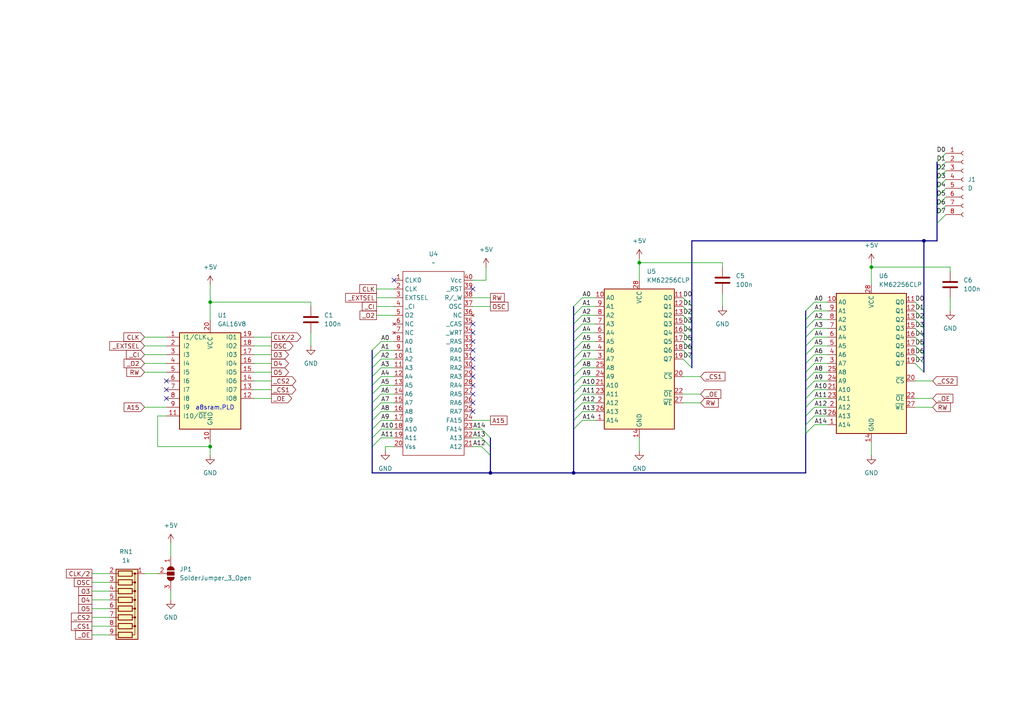
<source format=kicad_sch>
(kicad_sch (version 20250114) (generator "eeschema") (generator_version "9.0")
  (paper "A4")
  (lib_symbols
    (symbol "ATARI:FREDDY_C061922"
      (property "Reference" "U" (at 0 0 0))
      (symbol "FREDDY_C061922_0_1"
        (rectangle (start -2.54 -1.27) (end 15.24 -54.61))
      )
      (symbol "FREDDY_C061922_1_1"
        (pin output line (at -5.08 -3.81 0) (length 2.54) (name "CLK0") (number "1"))
        (pin input line (at -5.08 -6.35 0) (length 2.54) (name "CLK") (number "2"))
        (pin input line (at -5.08 -8.89 0) (length 2.54) (name "EXTSEL") (number "3"))
        (pin input line (at -5.08 -11.43 0) (length 2.54) (name "_CI") (number "4"))
        (pin output line (at -5.08 -13.97 0) (length 2.54) (name "O2") (number "5"))
        (pin no_connect line (at -5.08 -16.51 0) (length 2.54) (name "NC") (number "6"))
        (pin no_connect line (at -5.08 -19.05 0) (length 2.54) (name "NC") (number "7"))
        (pin output line (at -5.08 -21.59 0) (length 2.54) (name "A0") (number "8"))
        (pin output line (at -5.08 -24.13 0) (length 2.54) (name "A1") (number "9"))
        (pin output line (at -5.08 -26.67 0) (length 2.54) (name "A2") (number "10"))
        (pin output line (at -5.08 -29.21 0) (length 2.54) (name "A3") (number "11"))
        (pin output line (at -5.08 -31.75 0) (length 2.54) (name "A4") (number "12"))
        (pin output line (at -5.08 -34.29 0) (length 2.54) (name "A5") (number "13"))
        (pin output line (at -5.08 -36.83 0) (length 2.54) (name "A6") (number "14"))
        (pin output line (at -5.08 -39.37 0) (length 2.54) (name "A7") (number "15"))
        (pin output line (at -5.08 -41.91 0) (length 2.54) (name "A8") (number "16"))
        (pin output line (at -5.08 -44.45 0) (length 2.54) (name "A9") (number "17"))
        (pin output line (at -5.08 -46.99 0) (length 2.54) (name "A10") (number "18"))
        (pin output line (at -5.08 -49.53 0) (length 2.54) (name "A11") (number "19"))
        (pin power_in line (at -5.08 -52.07 0) (length 2.54) (name "Vss") (number "20"))
        (pin power_in line (at 17.78 -3.81 180) (length 2.54) (name "Vcc") (number "40"))
        (pin input line (at 17.78 -6.35 180) (length 2.54) (name "_RST") (number "39"))
        (pin output line (at 17.78 -8.89 180) (length 2.54) (name "R/_W") (number "38"))
        (pin output line (at 17.78 -11.43 180) (length 2.54) (name "OSC") (number "37"))
        (pin no_connect line (at 17.78 -13.97 180) (length 2.54) (name "NC") (number "36"))
        (pin output line (at 17.78 -16.51 180) (length 2.54) (name "_CAS") (number "35"))
        (pin output line (at 17.78 -19.05 180) (length 2.54) (name "_WRT") (number "34"))
        (pin output line (at 17.78 -21.59 180) (length 2.54) (name "_RAS") (number "33"))
        (pin output line (at 17.78 -24.13 180) (length 2.54) (name "RA0") (number "32"))
        (pin output line (at 17.78 -26.67 180) (length 2.54) (name "RA1") (number "31"))
        (pin output line (at 17.78 -29.21 180) (length 2.54) (name "RA2") (number "30"))
        (pin output line (at 17.78 -31.75 180) (length 2.54) (name "RA3") (number "29"))
        (pin output line (at 17.78 -34.29 180) (length 2.54) (name "RA4") (number "28"))
        (pin output line (at 17.78 -36.83 180) (length 2.54) (name "RA5") (number "27"))
        (pin output line (at 17.78 -39.37 180) (length 2.54) (name "RA6") (number "26"))
        (pin output line (at 17.78 -41.91 180) (length 2.54) (name "RA7") (number "25"))
        (pin input line (at 17.78 -44.45 180) (length 2.54) (name "FA15") (number "24"))
        (pin input line (at 17.78 -46.99 180) (length 2.54) (name "FA14") (number "23"))
        (pin input line (at 17.78 -49.53 180) (length 2.54) (name "A13") (number "22"))
        (pin input line (at 17.78 -52.07 180) (length 2.54) (name "A12") (number "21"))
      )
    )
    (symbol "Connector:Conn_01x08_Socket" (pin_names (offset 1.016) (hide yes))
      (property "Reference" "J" (at 0 10.16 0))
      (property "Value" "Conn_01x08_Socket" (at 0 -12.7 0))
      (symbol "Conn_01x08_Socket_1_1"
        (polyline (pts (xy -1.27 7.62) (xy -0.508 7.62)) (stroke (width 0.1524)))
        (polyline (pts (xy -1.27 5.08) (xy -0.508 5.08)) (stroke (width 0.1524)))
        (polyline (pts (xy -1.27 2.54) (xy -0.508 2.54)) (stroke (width 0.1524)))
        (polyline (pts (xy -1.27 0) (xy -0.508 0)) (stroke (width 0.1524)))
        (polyline (pts (xy -1.27 -2.54) (xy -0.508 -2.54)) (stroke (width 0.1524)))
        (polyline (pts (xy -1.27 -5.08) (xy -0.508 -5.08)) (stroke (width 0.1524)))
        (polyline (pts (xy -1.27 -7.62) (xy -0.508 -7.62)) (stroke (width 0.1524)))
        (polyline (pts (xy -1.27 -10.16) (xy -0.508 -10.16)) (stroke (width 0.1524)))
        (arc (start 0 7.112) (mid -0.5058 7.62) (end 0 8.128) (stroke (width 0.1524)))
        (arc (start 0 4.572) (mid -0.5058 5.08) (end 0 5.588) (stroke (width 0.1524)))
        (arc (start 0 2.032) (mid -0.5058 2.54) (end 0 3.048) (stroke (width 0.1524)))
        (arc (start 0 -0.508) (mid -0.5058 0) (end 0 0.508) (stroke (width 0.1524)))
        (arc (start 0 -3.048) (mid -0.5058 -2.54) (end 0 -2.032) (stroke (width 0.1524)))
        (arc (start 0 -5.588) (mid -0.5058 -5.08) (end 0 -4.572) (stroke (width 0.1524)))
        (arc (start 0 -8.128) (mid -0.5058 -7.62) (end 0 -7.112) (stroke (width 0.1524)))
        (arc (start 0 -10.668) (mid -0.5058 -10.16) (end 0 -9.652) (stroke (width 0.1524)))
        (pin passive line (at -5.08 7.62 0) (length 3.81) (name "Pin_1") (number "1"))
        (pin passive line (at -5.08 5.08 0) (length 3.81) (name "Pin_2") (number "2"))
        (pin passive line (at -5.08 2.54 0) (length 3.81) (name "Pin_3") (number "3"))
        (pin passive line (at -5.08 0 0) (length 3.81) (name "Pin_4") (number "4"))
        (pin passive line (at -5.08 -2.54 0) (length 3.81) (name "Pin_5") (number "5"))
        (pin passive line (at -5.08 -5.08 0) (length 3.81) (name "Pin_6") (number "6"))
        (pin passive line (at -5.08 -7.62 0) (length 3.81) (name "Pin_7") (number "7"))
        (pin passive line (at -5.08 -10.16 0) (length 3.81) (name "Pin_8") (number "8"))
      )
    )
    (symbol "Device:C" (pin_numbers (hide yes)) (pin_names (offset 0.254))
      (property "Reference" "C" (at 0.635 2.54 0))
      (property "Value" "C" (at 0.635 -2.54 0))
      (symbol "C_0_1"
        (polyline (pts (xy -2.032 0.762) (xy 2.032 0.762)) (stroke (width 0.508)))
        (polyline (pts (xy -2.032 -0.762) (xy 2.032 -0.762)) (stroke (width 0.508)))
      )
      (symbol "C_1_1"
        (pin passive line (at 0 3.81 270) (length 2.794) (name "~") (number "1"))
        (pin passive line (at 0 -3.81 90) (length 2.794) (name "~") (number "2"))
      )
    )
    (symbol "Device:R_Network08" (pin_names (offset 0) (hide yes))
      (property "Reference" "RN" (at -12.7 0 90))
      (property "Value" "R_Network08" (at 10.16 0 90))
      (symbol "R_Network08_0_1"
        (rectangle (start -11.43 -3.175) (end 8.89 3.175) (stroke (width 0.254)) (fill (type background)))
        (rectangle (start -10.922 1.524) (end -9.398 -2.54) (stroke (width 0.254)))
        (circle (center -10.16 2.286) (radius 0.254) (fill (type outline)))
        (polyline (pts (xy -10.16 1.524) (xy -10.16 2.286) (xy -7.62 2.286) (xy -7.62 1.524)))
        (polyline (pts (xy -10.16 -2.54) (xy -10.16 -3.81)))
        (rectangle (start -8.382 1.524) (end -6.858 -2.54) (stroke (width 0.254)))
        (circle (center -7.62 2.286) (radius 0.254) (fill (type outline)))
        (polyline (pts (xy -7.62 1.524) (xy -7.62 2.286) (xy -5.08 2.286) (xy -5.08 1.524)))
        (polyline (pts (xy -7.62 -2.54) (xy -7.62 -3.81)))
        (rectangle (start -5.842 1.524) (end -4.318 -2.54) (stroke (width 0.254)))
        (circle (center -5.08 2.286) (radius 0.254) (fill (type outline)))
        (polyline (pts (xy -5.08 1.524) (xy -5.08 2.286) (xy -2.54 2.286) (xy -2.54 1.524)))
        (polyline (pts (xy -5.08 -2.54) (xy -5.08 -3.81)))
        (rectangle (start -3.302 1.524) (end -1.778 -2.54) (stroke (width 0.254)))
        (circle (center -2.54 2.286) (radius 0.254) (fill (type outline)))
        (polyline (pts (xy -2.54 1.524) (xy -2.54 2.286) (xy 0 2.286) (xy 0 1.524)))
        (polyline (pts (xy -2.54 -2.54) (xy -2.54 -3.81)))
        (rectangle (start -0.762 1.524) (end 0.762 -2.54) (stroke (width 0.254)))
        (circle (center 0 2.286) (radius 0.254) (fill (type outline)))
        (polyline (pts (xy 0 1.524) (xy 0 2.286) (xy 2.54 2.286) (xy 2.54 1.524)))
        (polyline (pts (xy 0 -2.54) (xy 0 -3.81)))
        (rectangle (start 1.778 1.524) (end 3.302 -2.54) (stroke (width 0.254)))
        (circle (center 2.54 2.286) (radius 0.254) (fill (type outline)))
        (polyline (pts (xy 2.54 1.524) (xy 2.54 2.286) (xy 5.08 2.286) (xy 5.08 1.524)))
        (polyline (pts (xy 2.54 -2.54) (xy 2.54 -3.81)))
        (rectangle (start 4.318 1.524) (end 5.842 -2.54) (stroke (width 0.254)))
        (circle (center 5.08 2.286) (radius 0.254) (fill (type outline)))
        (polyline (pts (xy 5.08 1.524) (xy 5.08 2.286) (xy 7.62 2.286) (xy 7.62 1.524)))
        (polyline (pts (xy 5.08 -2.54) (xy 5.08 -3.81)))
        (rectangle (start 6.858 1.524) (end 8.382 -2.54) (stroke (width 0.254)))
        (polyline (pts (xy 7.62 -2.54) (xy 7.62 -3.81)))
      )
      (symbol "R_Network08_1_1"
        (pin passive line (at -10.16 5.08 270) (length 2.54) (name "common") (number "1"))
        (pin passive line (at -10.16 -5.08 90) (length 1.27) (name "R1") (number "2"))
        (pin passive line (at -7.62 -5.08 90) (length 1.27) (name "R2") (number "3"))
        (pin passive line (at -5.08 -5.08 90) (length 1.27) (name "R3") (number "4"))
        (pin passive line (at -2.54 -5.08 90) (length 1.27) (name "R4") (number "5"))
        (pin passive line (at 0 -5.08 90) (length 1.27) (name "R5") (number "6"))
        (pin passive line (at 2.54 -5.08 90) (length 1.27) (name "R6") (number "7"))
        (pin passive line (at 5.08 -5.08 90) (length 1.27) (name "R7") (number "8"))
        (pin passive line (at 7.62 -5.08 90) (length 1.27) (name "R8") (number "9"))
      )
    )
    (symbol "Jumper:SolderJumper_3_Open" (pin_names (offset 0) (hide yes)) (in_bom no)
      (property "Reference" "JP" (at -2.54 -2.54 0))
      (property "Value" "SolderJumper_3_Open" (at 0 2.794 0))
      (symbol "SolderJumper_3_Open_0_1"
        (polyline (pts (xy -2.54 0) (xy -2.032 0)))
        (polyline (pts (xy -1.016 1.016) (xy -1.016 -1.016)))
        (arc (start -1.016 -1.016) (mid -2.0276 0) (end -1.016 1.016))
        (arc (start -1.016 -1.016) (mid -2.0276 0) (end -1.016 1.016) (fill (type outline)))
        (rectangle (start -0.508 1.016) (end 0.508 -1.016) (fill (type outline)))
        (polyline (pts (xy 0 -1.27) (xy 0 -1.016)))
        (arc (start 1.016 1.016) (mid 2.0276 0) (end 1.016 -1.016))
        (arc (start 1.016 1.016) (mid 2.0276 0) (end 1.016 -1.016) (fill (type outline)))
        (polyline (pts (xy 1.016 1.016) (xy 1.016 -1.016)))
        (polyline (pts (xy 2.54 0) (xy 2.032 0)))
      )
      (symbol "SolderJumper_3_Open_1_1"
        (pin passive line (at -5.08 0 0) (length 2.54) (name "A") (number "1"))
        (pin passive line (at 0 -3.81 90) (length 2.54) (name "C") (number "2"))
        (pin passive line (at 5.08 0 180) (length 2.54) (name "B") (number "3"))
      )
    )
    (symbol "Logic_Programmable:GAL16V8" (pin_names (offset 1.016))
      (property "Reference" "U" (at -8.89 16.51 0))
      (property "Value" "GAL16V8" (at 1.27 16.51 0))
      (symbol "GAL16V8_0_0"
        (pin power_in line (at 0 17.78 270) (length 3.81) (name "VCC") (number "20"))
        (pin power_in line (at 0 -17.78 90) (length 3.81) (name "GND") (number "10"))
      )
      (symbol "GAL16V8_0_1"
        (rectangle (start -8.89 13.97) (end 8.89 -13.97) (stroke (width 0.254)) (fill (type background)))
      )
      (symbol "GAL16V8_1_1"
        (pin input line (at -12.7 12.7 0) (length 3.81) (name "I1/CLK") (number "1"))
        (pin input line (at -12.7 10.16 0) (length 3.81) (name "I2") (number "2"))
        (pin input line (at -12.7 7.62 0) (length 3.81) (name "I3") (number "3"))
        (pin input line (at -12.7 5.08 0) (length 3.81) (name "I4") (number "4"))
        (pin input line (at -12.7 2.54 0) (length 3.81) (name "I5") (number "5"))
        (pin input line (at -12.7 0 0) (length 3.81) (name "I6") (number "6"))
        (pin input line (at -12.7 -2.54 0) (length 3.81) (name "I7") (number "7"))
        (pin input line (at -12.7 -5.08 0) (length 3.81) (name "I8") (number "8"))
        (pin input line (at -12.7 -7.62 0) (length 3.81) (name "I9") (number "9"))
        (pin input line (at -12.7 -10.16 0) (length 3.81) (name "I10/~{OE}") (number "11"))
        (pin tri_state line (at 12.7 12.7 180) (length 3.81) (name "IO1") (number "19"))
        (pin tri_state line (at 12.7 10.16 180) (length 3.81) (name "IO2") (number "18"))
        (pin tri_state line (at 12.7 7.62 180) (length 3.81) (name "I03") (number "17"))
        (pin tri_state line (at 12.7 5.08 180) (length 3.81) (name "IO4") (number "16"))
        (pin tri_state line (at 12.7 2.54 180) (length 3.81) (name "IO5") (number "15"))
        (pin tri_state line (at 12.7 0 180) (length 3.81) (name "IO6") (number "14"))
        (pin tri_state line (at 12.7 -2.54 180) (length 3.81) (name "IO7") (number "13"))
        (pin tri_state line (at 12.7 -5.08 180) (length 3.81) (name "IO8") (number "12"))
      )
    )
    (symbol "Memory_RAM:KM62256CLP"
      (property "Reference" "U" (at -10.16 20.955 0))
      (property "Value" "KM62256CLP" (at 2.54 20.955 0))
      (symbol "KM62256CLP_0_0"
        (pin power_in line (at 0 22.86 270) (length 2.54) (name "VCC") (number "28"))
        (pin power_in line (at 0 -22.86 90) (length 2.54) (name "GND") (number "14"))
      )
      (symbol "KM62256CLP_0_1"
        (rectangle (start -10.16 20.32) (end 10.16 -20.32) (stroke (width 0.254)) (fill (type background)))
      )
      (symbol "KM62256CLP_1_1"
        (pin input line (at -12.7 17.78 0) (length 2.54) (name "A0") (number "10"))
        (pin input line (at -12.7 15.24 0) (length 2.54) (name "A1") (number "9"))
        (pin input line (at -12.7 12.7 0) (length 2.54) (name "A2") (number "8"))
        (pin input line (at -12.7 10.16 0) (length 2.54) (name "A3") (number "7"))
        (pin input line (at -12.7 7.62 0) (length 2.54) (name "A4") (number "6"))
        (pin input line (at -12.7 5.08 0) (length 2.54) (name "A5") (number "5"))
        (pin input line (at -12.7 2.54 0) (length 2.54) (name "A6") (number "4"))
        (pin input line (at -12.7 0 0) (length 2.54) (name "A7") (number "3"))
        (pin input line (at -12.7 -2.54 0) (length 2.54) (name "A8") (number "25"))
        (pin input line (at -12.7 -5.08 0) (length 2.54) (name "A9") (number "24"))
        (pin input line (at -12.7 -7.62 0) (length 2.54) (name "A10") (number "21"))
        (pin input line (at -12.7 -10.16 0) (length 2.54) (name "A11") (number "23"))
        (pin input line (at -12.7 -12.7 0) (length 2.54) (name "A12") (number "2"))
        (pin input line (at -12.7 -15.24 0) (length 2.54) (name "A13") (number "26"))
        (pin input line (at -12.7 -17.78 0) (length 2.54) (name "A14") (number "1"))
        (pin tri_state line (at 12.7 17.78 180) (length 2.54) (name "Q0") (number "11"))
        (pin tri_state line (at 12.7 15.24 180) (length 2.54) (name "Q1") (number "12"))
        (pin tri_state line (at 12.7 12.7 180) (length 2.54) (name "Q2") (number "13"))
        (pin tri_state line (at 12.7 10.16 180) (length 2.54) (name "Q3") (number "15"))
        (pin tri_state line (at 12.7 7.62 180) (length 2.54) (name "Q4") (number "16"))
        (pin tri_state line (at 12.7 5.08 180) (length 2.54) (name "Q5") (number "17"))
        (pin tri_state line (at 12.7 2.54 180) (length 2.54) (name "Q6") (number "18"))
        (pin tri_state line (at 12.7 0 180) (length 2.54) (name "Q7") (number "19"))
        (pin input line (at 12.7 -5.08 180) (length 2.54) (name "~{CS}") (number "20"))
        (pin input line (at 12.7 -10.16 180) (length 2.54) (name "~{OE}") (number "22"))
        (pin input line (at 12.7 -12.7 180) (length 2.54) (name "~{WE}") (number "27"))
      )
    )
    (symbol "power:+5V" (power) (pin_numbers (hide yes)) (pin_names (offset 0) (hide yes))
      (property "Value" "+5V" (at 0 3.556 0))
      (symbol "+5V_0_1"
        (polyline (pts (xy -0.762 1.27) (xy 0 2.54)))
        (polyline (pts (xy 0 2.54) (xy 0.762 1.27)))
        (polyline (pts (xy 0 0) (xy 0 2.54)))
      )
      (symbol "+5V_1_1"
        (pin power_in line (at 0 0 90) (length 0) (name "~") (number "1"))
      )
    )
    (symbol "power:GND" (power) (pin_numbers (hide yes)) (pin_names (offset 0) (hide yes))
      (property "Value" "GND" (at 0 -3.81 0))
      (symbol "GND_0_1"
        (polyline (pts (xy 0 0) (xy 0 -1.27) (xy 1.27 -1.27) (xy 0 -2.54) (xy -1.27 -1.27) (xy 0 -1.27)))
      )
      (symbol "GND_1_1"
        (pin power_in line (at 0 0 270) (length 0) (name "~") (number "1"))
      )
    )
  )
  (text "a8sram.PLD" (at 56.642 118.364 0) (effects (font (size 1.27 1.27)) (justify left)))
  (junction (at 267.97 69.85))
  (junction (at 185.42 76.2))
  (junction (at 142.24 137.16))
  (junction (at 252.73 77.47))
  (junction (at 60.96 87.63))
  (junction (at 60.96 129.54))
  (junction (at 166.37 137.16))
  (no_connect (at 48.26 115.57))
  (no_connect (at 137.16 101.6))
  (no_connect (at 137.16 109.22))
  (no_connect (at 137.16 104.14))
  (no_connect (at 137.16 96.52))
  (no_connect (at 137.16 93.98))
  (no_connect (at 137.16 116.84))
  (no_connect (at 48.26 113.03))
  (no_connect (at 137.16 111.76))
  (no_connect (at 137.16 99.06))
  (no_connect (at 137.16 83.82))
  (no_connect (at 137.16 106.68))
  (no_connect (at 137.16 119.38))
  (no_connect (at 48.26 110.49))
  (no_connect (at 114.3 81.28))
  (no_connect (at 137.16 114.3))
  (bus_entry (at 110.49 124.46) (size -2.54 2.54))
  (bus_entry (at 265.43 97.79) (size 2.54 2.54))
  (bus_entry (at 274.32 46.99) (size -2.54 2.54))
  (bus_entry (at 168.91 114.3) (size -2.54 2.54))
  (bus_entry (at 168.91 99.06) (size -2.54 2.54))
  (bus_entry (at 139.7 129.54) (size 2.54 2.54))
  (bus_entry (at 168.91 88.9) (size -2.54 2.54))
  (bus_entry (at 168.91 91.44) (size -2.54 2.54))
  (bus_entry (at 265.43 102.87) (size 2.54 2.54))
  (bus_entry (at 198.12 99.06) (size 2.54 2.54))
  (bus_entry (at 265.43 100.33) (size 2.54 2.54))
  (bus_entry (at 236.22 87.63) (size -2.54 2.54))
  (bus_entry (at 110.49 109.22) (size -2.54 2.54))
  (bus_entry (at 168.91 119.38) (size -2.54 2.54))
  (bus_entry (at 265.43 87.63) (size 2.54 2.54))
  (bus_entry (at 236.22 92.71) (size -2.54 2.54))
  (bus_entry (at 139.7 124.46) (size 2.54 2.54))
  (bus_entry (at 198.12 91.44) (size 2.54 2.54))
  (bus_entry (at 139.7 127) (size 2.54 2.54))
  (bus_entry (at 110.49 104.14) (size -2.54 2.54))
  (bus_entry (at 198.12 86.36) (size 2.54 2.54))
  (bus_entry (at 168.91 93.98) (size -2.54 2.54))
  (bus_entry (at 168.91 121.92) (size -2.54 2.54))
  (bus_entry (at 274.32 57.15) (size -2.54 2.54))
  (bus_entry (at 265.43 105.41) (size 2.54 2.54))
  (bus_entry (at 236.22 110.49) (size -2.54 2.54))
  (bus_entry (at 236.22 118.11) (size -2.54 2.54))
  (bus_entry (at 168.91 109.22) (size -2.54 2.54))
  (bus_entry (at 236.22 107.95) (size -2.54 2.54))
  (bus_entry (at 236.22 102.87) (size -2.54 2.54))
  (bus_entry (at 110.49 106.68) (size -2.54 2.54))
  (bus_entry (at 236.22 115.57) (size -2.54 2.54))
  (bus_entry (at 110.49 114.3) (size -2.54 2.54))
  (bus_entry (at 274.32 62.23) (size -2.54 2.54))
  (bus_entry (at 274.32 59.69) (size -2.54 2.54))
  (bus_entry (at 110.49 111.76) (size -2.54 2.54))
  (bus_entry (at 236.22 123.19) (size -2.54 2.54))
  (bus_entry (at 265.43 92.71) (size 2.54 2.54))
  (bus_entry (at 265.43 90.17) (size 2.54 2.54))
  (bus_entry (at 274.32 54.61) (size -2.54 2.54))
  (bus_entry (at 236.22 120.65) (size -2.54 2.54))
  (bus_entry (at 198.12 88.9) (size 2.54 2.54))
  (bus_entry (at 168.91 111.76) (size -2.54 2.54))
  (bus_entry (at 198.12 101.6) (size 2.54 2.54))
  (bus_entry (at 110.49 99.06) (size -2.54 2.54))
  (bus_entry (at 236.22 100.33) (size -2.54 2.54))
  (bus_entry (at 265.43 95.25) (size 2.54 2.54))
  (bus_entry (at 236.22 95.25) (size -2.54 2.54))
  (bus_entry (at 168.91 96.52) (size -2.54 2.54))
  (bus_entry (at 110.49 119.38) (size -2.54 2.54))
  (bus_entry (at 110.49 121.92) (size -2.54 2.54))
  (bus_entry (at 236.22 90.17) (size -2.54 2.54))
  (bus_entry (at 110.49 101.6) (size -2.54 2.54))
  (bus_entry (at 198.12 96.52) (size 2.54 2.54))
  (bus_entry (at 274.32 52.07) (size -2.54 2.54))
  (bus_entry (at 236.22 97.79) (size -2.54 2.54))
  (bus_entry (at 274.32 49.53) (size -2.54 2.54))
  (bus_entry (at 168.91 116.84) (size -2.54 2.54))
  (bus_entry (at 168.91 86.36) (size -2.54 2.54))
  (bus_entry (at 198.12 93.98) (size 2.54 2.54))
  (bus_entry (at 168.91 104.14) (size -2.54 2.54))
  (bus_entry (at 168.91 106.68) (size -2.54 2.54))
  (bus_entry (at 236.22 105.41) (size -2.54 2.54))
  (bus_entry (at 110.49 116.84) (size -2.54 2.54))
  (bus_entry (at 274.32 44.45) (size -2.54 2.54))
  (bus_entry (at 168.91 101.6) (size -2.54 2.54))
  (bus_entry (at 236.22 113.03) (size -2.54 2.54))
  (bus_entry (at 198.12 104.14) (size 2.54 2.54))
  (bus_entry (at 110.49 127) (size -2.54 2.54))
  (bus (pts (xy 142.24 129.54) (xy 142.24 132.08)))
  (bus (pts (xy 166.37 93.98) (xy 166.37 96.52)))
  (wire (pts (xy 168.91 96.52) (xy 172.72 96.52)))
  (wire (pts (xy 137.16 121.92) (xy 142.24 121.92)))
  (bus (pts (xy 166.37 101.6) (xy 166.37 104.14)))
  (wire (pts (xy 111.76 130.81) (xy 111.76 129.54)))
  (bus (pts (xy 233.68 107.95) (xy 233.68 110.49)))
  (wire (pts (xy 168.91 99.06) (xy 172.72 99.06)))
  (bus (pts (xy 107.95 104.14) (xy 107.95 106.68)))
  (wire (pts (xy 198.12 116.84) (xy 203.2 116.84)))
  (wire (pts (xy 185.42 76.2) (xy 185.42 81.28)))
  (bus (pts (xy 142.24 132.08) (xy 142.24 137.16)))
  (bus (pts (xy 267.97 105.41) (xy 267.97 107.95)))
  (wire (pts (xy 209.55 85.09) (xy 209.55 88.9)))
  (bus (pts (xy 166.37 114.3) (xy 166.37 116.84)))
  (bus (pts (xy 142.24 137.16) (xy 107.95 137.16)))
  (wire (pts (xy 265.43 118.11) (xy 270.51 118.11)))
  (bus (pts (xy 107.95 121.92) (xy 107.95 124.46)))
  (wire (pts (xy 137.16 129.54) (xy 139.7 129.54)))
  (bus (pts (xy 107.95 109.22) (xy 107.95 111.76)))
  (wire (pts (xy 168.91 109.22) (xy 172.72 109.22)))
  (wire (pts (xy 110.49 104.14) (xy 114.3 104.14)))
  (wire (pts (xy 73.66 115.57) (xy 78.74 115.57)))
  (bus (pts (xy 200.66 101.6) (xy 200.66 99.06)))
  (bus (pts (xy 107.95 116.84) (xy 107.95 119.38)))
  (bus (pts (xy 107.95 124.46) (xy 107.95 127)))
  (wire (pts (xy 168.91 121.92) (xy 172.72 121.92)))
  (bus (pts (xy 271.78 64.77) (xy 271.78 69.85)))
  (bus (pts (xy 233.68 110.49) (xy 233.68 113.03)))
  (wire (pts (xy 41.91 118.11) (xy 48.26 118.11)))
  (bus (pts (xy 233.68 102.87) (xy 233.68 105.41)))
  (wire (pts (xy 60.96 129.54) (xy 60.96 132.08)))
  (bus (pts (xy 166.37 111.76) (xy 166.37 114.3)))
  (wire (pts (xy 236.22 110.49) (xy 240.03 110.49)))
  (bus (pts (xy 267.97 102.87) (xy 267.97 105.41)))
  (wire (pts (xy 60.96 87.63) (xy 90.17 87.63)))
  (bus (pts (xy 233.68 95.25) (xy 233.68 97.79)))
  (wire (pts (xy 168.91 111.76) (xy 172.72 111.76)))
  (wire (pts (xy 45.72 166.37) (xy 41.91 166.37)))
  (wire (pts (xy 26.67 181.61) (xy 31.75 181.61)))
  (wire (pts (xy 41.91 97.79) (xy 48.26 97.79)))
  (wire (pts (xy 236.22 113.03) (xy 240.03 113.03)))
  (wire (pts (xy 45.72 129.54) (xy 60.96 129.54)))
  (wire (pts (xy 73.66 97.79) (xy 78.74 97.79)))
  (wire (pts (xy 48.26 120.65) (xy 45.72 120.65)))
  (wire (pts (xy 73.66 113.03) (xy 78.74 113.03)))
  (wire (pts (xy 110.49 119.38) (xy 114.3 119.38)))
  (wire (pts (xy 110.49 101.6) (xy 114.3 101.6)))
  (wire (pts (xy 110.49 106.68) (xy 114.3 106.68)))
  (bus (pts (xy 166.37 104.14) (xy 166.37 106.68)))
  (wire (pts (xy 236.22 87.63) (xy 240.03 87.63)))
  (bus (pts (xy 267.97 90.17) (xy 267.97 92.71)))
  (bus (pts (xy 233.68 100.33) (xy 233.68 102.87)))
  (bus (pts (xy 271.78 54.61) (xy 271.78 57.15)))
  (bus (pts (xy 107.95 114.3) (xy 107.95 116.84)))
  (wire (pts (xy 60.96 87.63) (xy 60.96 92.71)))
  (wire (pts (xy 73.66 100.33) (xy 78.74 100.33)))
  (wire (pts (xy 140.97 81.28) (xy 137.16 81.28)))
  (bus (pts (xy 107.95 127) (xy 107.95 129.54)))
  (wire (pts (xy 26.67 166.37) (xy 31.75 166.37)))
  (bus (pts (xy 267.97 95.25) (xy 267.97 97.79)))
  (wire (pts (xy 109.22 88.9) (xy 114.3 88.9)))
  (wire (pts (xy 265.43 110.49) (xy 270.51 110.49)))
  (bus (pts (xy 267.97 100.33) (xy 267.97 102.87)))
  (bus (pts (xy 271.78 46.99) (xy 271.78 49.53)))
  (wire (pts (xy 109.22 91.44) (xy 114.3 91.44)))
  (wire (pts (xy 110.49 121.92) (xy 114.3 121.92)))
  (wire (pts (xy 168.91 101.6) (xy 172.72 101.6)))
  (wire (pts (xy 73.66 105.41) (xy 78.74 105.41)))
  (bus (pts (xy 233.68 123.19) (xy 233.68 125.73)))
  (wire (pts (xy 41.91 105.41) (xy 48.26 105.41)))
  (bus (pts (xy 233.68 97.79) (xy 233.68 100.33)))
  (wire (pts (xy 60.96 128.27) (xy 60.96 129.54)))
  (bus (pts (xy 166.37 124.46) (xy 166.37 137.16)))
  (bus (pts (xy 200.66 104.14) (xy 200.66 101.6)))
  (wire (pts (xy 168.91 86.36) (xy 172.72 86.36)))
  (bus (pts (xy 166.37 137.16) (xy 233.68 137.16)))
  (wire (pts (xy 236.22 100.33) (xy 240.03 100.33)))
  (wire (pts (xy 110.49 127) (xy 114.3 127)))
  (wire (pts (xy 185.42 127) (xy 185.42 130.81)))
  (wire (pts (xy 137.16 127) (xy 139.7 127)))
  (wire (pts (xy 137.16 88.9) (xy 142.24 88.9)))
  (bus (pts (xy 233.68 90.17) (xy 233.68 92.71)))
  (bus (pts (xy 200.66 69.85) (xy 267.97 69.85)))
  (bus (pts (xy 200.66 93.98) (xy 200.66 91.44)))
  (bus (pts (xy 233.68 120.65) (xy 233.68 123.19)))
  (wire (pts (xy 236.22 92.71) (xy 240.03 92.71)))
  (wire (pts (xy 252.73 128.27) (xy 252.73 132.08)))
  (wire (pts (xy 185.42 74.93) (xy 185.42 76.2)))
  (bus (pts (xy 267.97 69.85) (xy 267.97 90.17)))
  (wire (pts (xy 26.67 184.15) (xy 31.75 184.15)))
  (wire (pts (xy 252.73 77.47) (xy 252.73 82.55)))
  (wire (pts (xy 110.49 109.22) (xy 114.3 109.22)))
  (bus (pts (xy 107.95 106.68) (xy 107.95 109.22)))
  (wire (pts (xy 110.49 111.76) (xy 114.3 111.76)))
  (wire (pts (xy 168.91 93.98) (xy 172.72 93.98)))
  (wire (pts (xy 49.53 171.45) (xy 49.53 173.99)))
  (wire (pts (xy 236.22 123.19) (xy 240.03 123.19)))
  (wire (pts (xy 236.22 97.79) (xy 240.03 97.79)))
  (bus (pts (xy 142.24 127) (xy 142.24 129.54)))
  (bus (pts (xy 166.37 121.92) (xy 166.37 124.46)))
  (wire (pts (xy 185.42 76.2) (xy 209.55 76.2)))
  (bus (pts (xy 166.37 99.06) (xy 166.37 101.6)))
  (wire (pts (xy 209.55 77.47) (xy 209.55 76.2)))
  (wire (pts (xy 168.91 91.44) (xy 172.72 91.44)))
  (bus (pts (xy 267.97 97.79) (xy 267.97 100.33)))
  (wire (pts (xy 236.22 90.17) (xy 240.03 90.17)))
  (wire (pts (xy 236.22 102.87) (xy 240.03 102.87)))
  (bus (pts (xy 233.68 137.16) (xy 233.68 125.73)))
  (bus (pts (xy 200.66 96.52) (xy 200.66 93.98)))
  (wire (pts (xy 252.73 77.47) (xy 275.59 77.47)))
  (bus (pts (xy 233.68 105.41) (xy 233.68 107.95)))
  (bus (pts (xy 107.95 129.54) (xy 107.95 137.16)))
  (wire (pts (xy 168.91 88.9) (xy 172.72 88.9)))
  (wire (pts (xy 168.91 106.68) (xy 172.72 106.68)))
  (bus (pts (xy 107.95 119.38) (xy 107.95 121.92)))
  (wire (pts (xy 233.68 123.19) (xy 233.68 125.73)))
  (wire (pts (xy 110.49 114.3) (xy 114.3 114.3)))
  (wire (pts (xy 265.43 115.57) (xy 270.51 115.57)))
  (wire (pts (xy 137.16 124.46) (xy 139.7 124.46)))
  (wire (pts (xy 45.72 120.65) (xy 45.72 129.54)))
  (wire (pts (xy 168.91 116.84) (xy 172.72 116.84)))
  (wire (pts (xy 110.49 99.06) (xy 114.3 99.06)))
  (wire (pts (xy 168.91 119.38) (xy 172.72 119.38)))
  (wire (pts (xy 110.49 116.84) (xy 114.3 116.84)))
  (wire (pts (xy 168.91 114.3) (xy 172.72 114.3)))
  (wire (pts (xy 26.67 179.07) (xy 31.75 179.07)))
  (bus (pts (xy 271.78 57.15) (xy 271.78 59.69)))
  (wire (pts (xy 236.22 115.57) (xy 240.03 115.57)))
  (bus (pts (xy 271.78 49.53) (xy 271.78 52.07)))
  (bus (pts (xy 233.68 113.03) (xy 233.68 115.57)))
  (bus (pts (xy 166.37 96.52) (xy 166.37 99.06)))
  (wire (pts (xy 275.59 86.36) (xy 275.59 90.17)))
  (wire (pts (xy 236.22 118.11) (xy 240.03 118.11)))
  (bus (pts (xy 271.78 62.23) (xy 271.78 64.77)))
  (bus (pts (xy 166.37 91.44) (xy 166.37 93.98)))
  (wire (pts (xy 252.73 76.2) (xy 252.73 77.47)))
  (bus (pts (xy 233.68 92.71) (xy 233.68 95.25)))
  (bus (pts (xy 233.68 118.11) (xy 233.68 120.65)))
  (wire (pts (xy 198.12 109.22) (xy 203.2 109.22)))
  (wire (pts (xy 275.59 78.74) (xy 275.59 77.47)))
  (bus (pts (xy 107.95 111.76) (xy 107.95 114.3)))
  (wire (pts (xy 111.76 129.54) (xy 114.3 129.54)))
  (bus (pts (xy 166.37 106.68) (xy 166.37 109.22)))
  (wire (pts (xy 236.22 120.65) (xy 240.03 120.65)))
  (wire (pts (xy 236.22 95.25) (xy 240.03 95.25)))
  (bus (pts (xy 166.37 116.84) (xy 166.37 119.38)))
  (wire (pts (xy 90.17 96.52) (xy 90.17 100.33)))
  (wire (pts (xy 73.66 107.95) (xy 78.74 107.95)))
  (bus (pts (xy 200.66 99.06) (xy 200.66 96.52)))
  (wire (pts (xy 236.22 105.41) (xy 240.03 105.41)))
  (wire (pts (xy 26.67 176.53) (xy 31.75 176.53)))
  (wire (pts (xy 140.97 77.47) (xy 140.97 81.28)))
  (wire (pts (xy 236.22 107.95) (xy 240.03 107.95)))
  (bus (pts (xy 166.37 88.9) (xy 166.37 91.44)))
  (wire (pts (xy 90.17 88.9) (xy 90.17 87.63)))
  (bus (pts (xy 267.97 92.71) (xy 267.97 95.25)))
  (wire (pts (xy 26.67 168.91) (xy 31.75 168.91)))
  (bus (pts (xy 166.37 119.38) (xy 166.37 121.92)))
  (wire (pts (xy 109.22 86.36) (xy 114.3 86.36)))
  (bus (pts (xy 200.66 106.68) (xy 200.66 104.14)))
  (wire (pts (xy 73.66 102.87) (xy 78.74 102.87)))
  (bus (pts (xy 271.78 59.69) (xy 271.78 62.23)))
  (wire (pts (xy 110.49 124.46) (xy 114.3 124.46)))
  (bus (pts (xy 107.95 101.6) (xy 107.95 104.14)))
  (wire (pts (xy 198.12 114.3) (xy 203.2 114.3)))
  (wire (pts (xy 73.66 110.49) (xy 78.74 110.49)))
  (bus (pts (xy 166.37 109.22) (xy 166.37 111.76)))
  (wire (pts (xy 41.91 107.95) (xy 48.26 107.95)))
  (wire (pts (xy 49.53 157.48) (xy 49.53 161.29)))
  (wire (pts (xy 60.96 82.55) (xy 60.96 87.63)))
  (wire (pts (xy 137.16 86.36) (xy 142.24 86.36)))
  (wire (pts (xy 41.91 100.33) (xy 48.26 100.33)))
  (wire (pts (xy 26.67 173.99) (xy 31.75 173.99)))
  (wire (pts (xy 109.22 83.82) (xy 114.3 83.82)))
  (bus (pts (xy 271.78 69.85) (xy 267.97 69.85)))
  (bus (pts (xy 200.66 88.9) (xy 200.66 69.85)))
  (bus (pts (xy 233.68 115.57) (xy 233.68 118.11)))
  (wire (pts (xy 41.91 102.87) (xy 48.26 102.87)))
  (bus (pts (xy 142.24 137.16) (xy 166.37 137.16)))
  (bus (pts (xy 200.66 91.44) (xy 200.66 88.9)))
  (bus (pts (xy 271.78 52.07) (xy 271.78 54.61)))
  (wire (pts (xy 26.67 171.45) (xy 31.75 171.45)))
  (wire (pts (xy 168.91 104.14) (xy 172.72 104.14)))
  (label "A3" (at 110.49 106.68 0))
  (label "A0" (at 110.49 99.06 0))
  (label "A11" (at 110.49 127 0))
  (label "A12" (at 236.22 118.11 0))
  (label "A2" (at 110.49 104.14 0))
  (label "D1" (at 274.32 46.99 180))
  (label "A3" (at 236.22 95.25 0))
  (label "A6" (at 110.49 114.3 0))
  (label "A9" (at 168.91 109.22 0))
  (label "A0" (at 236.22 87.63 0))
  (label "A8" (at 168.91 106.68 0))
  (label "A11" (at 168.91 114.3 0))
  (label "A8" (at 236.22 107.95 0))
  (label "D0" (at 265.43 87.63 0))
  (label "D1" (at 265.43 90.17 0))
  (label "D6" (at 274.32 59.69 180))
  (label "D1" (at 198.12 88.9 0))
  (label "A12" (at 137.16 129.54 0))
  (label "D2" (at 274.32 49.53 180))
  (label "D4" (at 265.43 97.79 0))
  (label "A4" (at 236.22 97.79 0))
  (label "A7" (at 168.91 104.14 0))
  (label "A2" (at 236.22 92.71 0))
  (label "A4" (at 168.91 96.52 0))
  (label "A7" (at 236.22 105.41 0))
  (label "D5" (at 265.43 100.33 0))
  (label "D4" (at 274.32 54.61 180))
  (label "A13" (at 168.91 119.38 0))
  (label "A1" (at 236.22 90.17 0))
  (label "A4" (at 110.49 109.22 0))
  (label "D2" (at 265.43 92.71 0))
  (label "D3" (at 265.43 95.25 0))
  (label "D3" (at 274.32 52.07 180))
  (label "D7" (at 265.43 105.41 0))
  (label "D0" (at 198.12 86.36 0))
  (label "D0" (at 274.32 44.45 180))
  (label "A6" (at 236.22 102.87 0))
  (label "A1" (at 168.91 88.9 0))
  (label "A5" (at 110.49 111.76 0))
  (label "D7" (at 198.12 104.14 0))
  (label "A14" (at 137.16 124.46 0))
  (label "A12" (at 168.91 116.84 0))
  (label "A9" (at 236.22 110.49 0))
  (label "A0" (at 168.91 86.36 0))
  (label "D6" (at 198.12 101.6 0))
  (label "D5" (at 274.32 57.15 180))
  (label "A10" (at 168.91 111.76 0))
  (label "A2" (at 168.91 91.44 0))
  (label "A6" (at 168.91 101.6 0))
  (label "A13" (at 236.22 120.65 0))
  (label "D2" (at 198.12 91.44 0))
  (label "A5" (at 168.91 99.06 0))
  (label "D5" (at 198.12 99.06 0))
  (label "A5" (at 236.22 100.33 0))
  (label "D3" (at 198.12 93.98 0))
  (label "A14" (at 168.91 121.92 0))
  (label "A7" (at 110.49 116.84 0))
  (label "A11" (at 236.22 115.57 0))
  (label "A9" (at 110.49 121.92 0))
  (label "A8" (at 110.49 119.38 0))
  (label "A10" (at 236.22 113.03 0))
  (label "A10" (at 110.49 124.46 0))
  (label "A13" (at 137.16 127 0))
  (label "A3" (at 168.91 93.98 0))
  (label "D6" (at 265.43 102.87 0))
  (label "A14" (at 236.22 123.19 0))
  (label "D7" (at 274.32 62.23 180))
  (label "D4" (at 198.12 96.52 0))
  (label "A1" (at 110.49 101.6 0))
  (global_label "O3" (shape passive) (at 26.67 171.45 180) (property "Intersheetrefs" "${INTERSHEET_REFS}" (effects (hide yes))))
  (global_label "_OE" (shape passive) (at 26.67 184.15 180) (property "Intersheetrefs" "${INTERSHEET_REFS}" (effects (hide yes))))
  (global_label "_OE" (shape input) (at 270.51 115.57 0) (property "Intersheetrefs" "${INTERSHEET_REFS}" (effects (hide yes))))
  (global_label "_CI" (shape input) (at 41.91 102.87 180) (property "Intersheetrefs" "${INTERSHEET_REFS}" (effects (hide yes))))
  (global_label "O5" (shape output) (at 78.74 107.95 0) (property "Intersheetrefs" "${INTERSHEET_REFS}" (effects (hide yes))))
  (global_label "O4" (shape passive) (at 26.67 173.99 180) (property "Intersheetrefs" "${INTERSHEET_REFS}" (effects (hide yes))))
  (global_label "RW" (shape passive) (at 142.24 86.36 0) (property "Intersheetrefs" "${INTERSHEET_REFS}" (effects (hide yes))))
  (global_label "_O2" (shape passive) (at 109.22 91.44 180) (property "Intersheetrefs" "${INTERSHEET_REFS}" (effects (hide yes))))
  (global_label "_CS2" (shape input) (at 270.51 110.49 0) (property "Intersheetrefs" "${INTERSHEET_REFS}" (effects (hide yes))))
  (global_label "A15" (shape passive) (at 142.24 121.92 0) (property "Intersheetrefs" "${INTERSHEET_REFS}" (effects (hide yes))))
  (global_label "CLK" (shape input) (at 41.91 97.79 180) (property "Intersheetrefs" "${INTERSHEET_REFS}" (effects (hide yes))))
  (global_label "_CS2" (shape passive) (at 26.67 179.07 180) (property "Intersheetrefs" "${INTERSHEET_REFS}" (effects (hide yes))))
  (global_label "OSC" (shape passive) (at 26.67 168.91 180) (property "Intersheetrefs" "${INTERSHEET_REFS}" (effects (hide yes))))
  (global_label "_CS1" (shape input) (at 203.2 109.22 0) (property "Intersheetrefs" "${INTERSHEET_REFS}" (effects (hide yes))))
  (global_label "CLK{slash}2" (shape output) (at 78.74 97.79 0) (property "Intersheetrefs" "${INTERSHEET_REFS}" (effects (hide yes))))
  (global_label "RW" (shape input) (at 41.91 107.95 180) (property "Intersheetrefs" "${INTERSHEET_REFS}" (effects (hide yes))))
  (global_label "O3" (shape output) (at 78.74 102.87 0) (property "Intersheetrefs" "${INTERSHEET_REFS}" (effects (hide yes))))
  (global_label "CLK" (shape passive) (at 109.22 83.82 180) (property "Intersheetrefs" "${INTERSHEET_REFS}" (effects (hide yes))))
  (global_label "_CI" (shape passive) (at 109.22 88.9 180) (property "Intersheetrefs" "${INTERSHEET_REFS}" (effects (hide yes))))
  (global_label "RW" (shape input) (at 203.2 116.84 0) (property "Intersheetrefs" "${INTERSHEET_REFS}" (effects (hide yes))))
  (global_label "O5" (shape passive) (at 26.67 176.53 180) (property "Intersheetrefs" "${INTERSHEET_REFS}" (effects (hide yes))))
  (global_label "_EXTSEL" (shape passive) (at 109.22 86.36 180) (property "Intersheetrefs" "${INTERSHEET_REFS}" (effects (hide yes))))
  (global_label "OSC" (shape output) (at 78.74 100.33 0) (property "Intersheetrefs" "${INTERSHEET_REFS}" (effects (hide yes))))
  (global_label "_O2" (shape input) (at 41.91 105.41 180) (property "Intersheetrefs" "${INTERSHEET_REFS}" (effects (hide yes))))
  (global_label "_CS2" (shape output) (at 78.74 110.49 0) (property "Intersheetrefs" "${INTERSHEET_REFS}" (effects (hide yes))))
  (global_label "_OE" (shape output) (at 78.74 115.57 0) (property "Intersheetrefs" "${INTERSHEET_REFS}" (effects (hide yes))))
  (global_label "_CS1" (shape output) (at 78.74 113.03 0) (property "Intersheetrefs" "${INTERSHEET_REFS}" (effects (hide yes))))
  (global_label "CLK{slash}2" (shape passive) (at 26.67 166.37 180) (property "Intersheetrefs" "${INTERSHEET_REFS}" (effects (hide yes))))
  (global_label "A15" (shape input) (at 41.91 118.11 180) (property "Intersheetrefs" "${INTERSHEET_REFS}" (effects (hide yes))))
  (global_label "_CS1" (shape passive) (at 26.67 181.61 180) (property "Intersheetrefs" "${INTERSHEET_REFS}" (effects (hide yes))))
  (global_label "_OE" (shape input) (at 203.2 114.3 0) (property "Intersheetrefs" "${INTERSHEET_REFS}" (effects (hide yes))))
  (global_label "RW" (shape input) (at 270.51 118.11 0) (property "Intersheetrefs" "${INTERSHEET_REFS}" (effects (hide yes))))
  (global_label "O4" (shape output) (at 78.74 105.41 0) (property "Intersheetrefs" "${INTERSHEET_REFS}" (effects (hide yes))))
  (global_label "OSC" (shape passive) (at 142.24 88.9 0) (property "Intersheetrefs" "${INTERSHEET_REFS}" (effects (hide yes))))
  (global_label "_EXTSEL" (shape input) (at 41.91 100.33 180) (property "Intersheetrefs" "${INTERSHEET_REFS}" (effects (hide yes))))
  (symbol (lib_id "power:+5V") (at 49.53 157.48 0) (unit 1)
    (property "Reference" "#PWR011" (effects (hide yes)))
    (property "Value" "+5V" (at 49.53 152.4 0))
    (property "Description" "Power symbol creates a global label with name \"+5V\"" (effects (hide yes)))
  )
  (symbol (lib_id "Device:C") (at 275.59 82.55 0) (unit 1)
    (property "Reference" "C6" (at 279.4 81.2799 0) (effects (justify left)))
    (property "Value" "100n" (at 279.4 83.8199 0) (effects (justify left)))
    (property "Footprint" "Capacitor_SMD:C_0805_2012Metric_Pad1.18x1.45mm_HandSolder" (effects (hide yes)))
    (property "Description" "Unpolarized capacitor" (effects (hide yes)))
  )
  (symbol (lib_id "power:GND") (at 49.53 173.99 0) (unit 1)
    (property "Reference" "#PWR010" (effects (hide yes)))
    (property "Value" "GND" (at 49.53 179.07 0))
    (property "Description" "Power symbol creates a global label with name \"GND\" , ground" (effects (hide yes)))
  )
  (symbol (lib_id "Connector:Conn_01x08_Socket") (at 279.4 52.07 0) (unit 1)
    (property "Reference" "J1" (at 280.67 52.0699 0) (effects (justify left)))
    (property "Value" "D" (at 280.67 54.6099 0) (effects (justify left)))
    (property "Footprint" "Connector_PinHeader_2.54mm:PinHeader_1x08_P2.54mm_Vertical" (effects (hide yes)))
    (property "Description" "Generic connector, single row, 01x08, script generated" (effects (hide yes)))
  )
  (symbol (lib_id "power:+5V") (at 60.96 82.55 0) (unit 1)
    (property "Reference" "#PWR08" (effects (hide yes)))
    (property "Value" "+5V" (at 60.96 77.47 0))
    (property "Description" "Power symbol creates a global label with name \"+5V\"" (effects (hide yes)))
  )
  (symbol (lib_id "power:GND") (at 60.96 132.08 0) (unit 1)
    (property "Reference" "#PWR09" (effects (hide yes)))
    (property "Value" "GND" (at 60.96 137.16 0))
    (property "Description" "Power symbol creates a global label with name \"GND\" , ground" (effects (hide yes)))
  )
  (symbol (lib_id "power:GND") (at 252.73 132.08 0) (unit 1)
    (property "Reference" "#PWR07" (effects (hide yes)))
    (property "Value" "GND" (at 252.73 137.16 0))
    (property "Description" "Power symbol creates a global label with name \"GND\" , ground" (effects (hide yes)))
  )
  (symbol (lib_id "power:+5V") (at 185.42 74.93 0) (unit 1)
    (property "Reference" "#PWR02" (effects (hide yes)))
    (property "Value" "+5V" (at 185.42 69.85 0))
    (property "Description" "Power symbol creates a global label with name \"+5V\"" (effects (hide yes)))
  )
  (symbol (lib_id "power:+5V") (at 252.73 76.2 0) (unit 1)
    (property "Reference" "#PWR03" (effects (hide yes)))
    (property "Value" "+5V" (at 252.73 71.12 0))
    (property "Description" "Power symbol creates a global label with name \"+5V\"" (effects (hide yes)))
  )
  (symbol (lib_id "power:GND") (at 111.76 130.81 0) (unit 1)
    (property "Reference" "#PWR05" (effects (hide yes)))
    (property "Value" "GND" (at 111.76 135.89 0))
    (property "Description" "Power symbol creates a global label with name \"GND\" , ground" (effects (hide yes)))
  )
  (symbol (lib_id "Device:C") (at 209.55 81.28 0) (unit 1)
    (property "Reference" "C5" (at 213.36 80.0099 0) (effects (justify left)))
    (property "Value" "100n" (at 213.36 82.5499 0) (effects (justify left)))
    (property "Footprint" "Capacitor_SMD:C_0805_2012Metric_Pad1.18x1.45mm_HandSolder" (effects (hide yes)))
    (property "Description" "Unpolarized capacitor" (effects (hide yes)))
  )
  (symbol (lib_id "Device:C") (at 90.17 92.71 0) (unit 1)
    (property "Reference" "C1" (at 93.98 91.4399 0) (effects (justify left)))
    (property "Value" "100n" (at 93.98 93.9799 0) (effects (justify left)))
    (property "Footprint" "Capacitor_SMD:C_0805_2012Metric_Pad1.18x1.45mm_HandSolder" (effects (hide yes)))
    (property "Description" "Unpolarized capacitor" (effects (hide yes)))
  )
  (symbol (lib_id "power:+5V") (at 140.97 77.47 0) (unit 1)
    (property "Reference" "#PWR04" (effects (hide yes)))
    (property "Value" "+5V" (at 140.97 72.39 0))
    (property "Description" "Power symbol creates a global label with name \"+5V\"" (effects (hide yes)))
  )
  (symbol (lib_id "Logic_Programmable:GAL16V8") (at 60.96 110.49 0) (unit 1)
    (property "Reference" "U1" (at 63.1033 91.44 0) (effects (justify left)))
    (property "Value" "GAL16V8" (at 63.1033 93.98 0) (effects (justify left)))
    (property "Footprint" "Package_DIP:DIP-20_W7.62mm" (effects (hide yes)))
    (property "Description" "Programmable Logic Array, DIP-20/SOIC-20/PLCC-20" (effects (hide yes)))
  )
  (symbol (lib_id "power:GND") (at 90.17 100.33 0) (unit 1)
    (property "Reference" "#PWR01" (effects (hide yes)))
    (property "Value" "GND" (at 90.17 105.41 0))
    (property "Description" "Power symbol creates a global label with name \"GND\" , ground" (effects (hide yes)))
  )
  (symbol (lib_id "power:GND") (at 185.42 130.81 0) (unit 1)
    (property "Reference" "#PWR06" (effects (hide yes)))
    (property "Value" "GND" (at 185.42 135.89 0))
    (property "Description" "Power symbol creates a global label with name \"GND\" , ground" (effects (hide yes)))
  )
  (symbol (lib_id "ATARI:FREDDY_C061922") (at 119.38 77.47 0) (unit 1)
    (property "Reference" "U4" (at 125.73 73.66 0))
    (property "Value" "~" (at 125.73 76.2 0))
    (property "Footprint" "Package_DIP:DIP-40_W15.24mm" (effects (hide yes)))
  )
  (symbol (lib_id "Memory_RAM:KM62256CLP") (at 252.73 105.41 0) (unit 1)
    (property "Reference" "U6" (at 254.8733 80.01 0) (effects (justify left)))
    (property "Value" "KM62256CLP" (at 254.8733 82.55 0) (effects (justify left)))
    (property "Footprint" "Package_DIP:DIP-28_W7.62mm" (effects (hide yes)))
    (property "Datasheet" "https://www.futurlec.com/Datasheet/Memory/62256.pdf" (effects (hide yes)))
    (property "Description" "32Kx8 bit Low Power CMOS Static RAM, 55/70ns, DIP-28" (effects (hide yes)))
  )
  (symbol (lib_id "Jumper:SolderJumper_3_Open") (at 49.53 166.37 270) (unit 1) (in_bom no)
    (property "Reference" "JP1" (at 52.07 165.0999 90) (effects (justify left)))
    (property "Value" "SolderJumper_3_Open" (at 52.07 167.6399 90) (effects (justify left)))
    (property "Footprint" "Jumper:SolderJumper-3_P1.3mm_Open_RoundedPad1.0x1.5mm" (effects (hide yes)))
    (property "Description" "Solder Jumper, 3-pole, open" (effects (hide yes)))
  )
  (symbol (lib_id "power:GND") (at 209.55 88.9 0) (unit 1)
    (property "Reference" "#PWR015" (effects (hide yes)))
    (property "Value" "GND" (at 209.55 93.98 0))
    (property "Description" "Power symbol creates a global label with name \"GND\" , ground" (effects (hide yes)))
  )
  (symbol (lib_id "power:GND") (at 275.59 90.17 0) (unit 1)
    (property "Reference" "#PWR016" (effects (hide yes)))
    (property "Value" "GND" (at 275.59 95.25 0))
    (property "Description" "Power symbol creates a global label with name \"GND\" , ground" (effects (hide yes)))
  )
  (symbol (lib_id "Device:R_Network08") (at 36.83 176.53 270) (unit 1)
    (property "Reference" "RN1" (at 36.576 160.02 90))
    (property "Value" "1k" (at 36.576 162.56 90))
    (property "Footprint" "Resistor_THT:R_Array_SIP9" (effects (hide yes)))
    (property "Datasheet" "http://www.vishay.com/docs/31509/csc.pdf" (effects (hide yes)))
    (property "Description" "8 resistor network, star topology, bussed resistors, small symbol" (effects (hide yes)))
  )
  (symbol (lib_id "Memory_RAM:KM62256CLP") (at 185.42 104.14 0) (unit 1)
    (property "Reference" "U5" (at 187.5633 78.74 0) (effects (justify left)))
    (property "Value" "KM62256CLP" (at 187.5633 81.28 0) (effects (justify left)))
    (property "Footprint" "Package_DIP:DIP-28_W7.62mm" (effects (hide yes)))
    (property "Datasheet" "https://www.futurlec.com/Datasheet/Memory/62256.pdf" (effects (hide yes)))
    (property "Description" "32Kx8 bit Low Power CMOS Static RAM, 55/70ns, DIP-28" (effects (hide yes)))
  )
)
</source>
